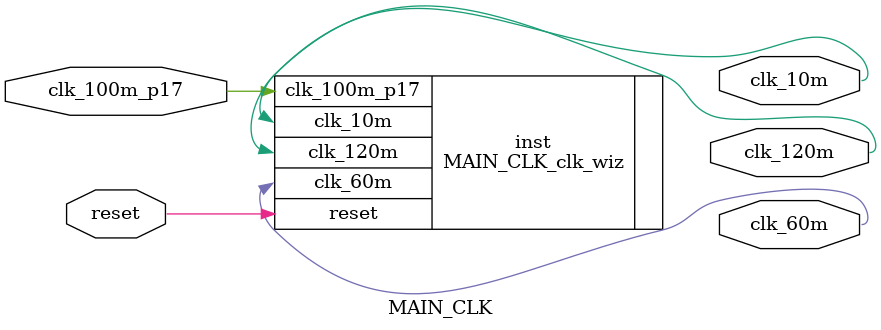
<source format=v>


`timescale 1ps/1ps

(* CORE_GENERATION_INFO = "MAIN_CLK,clk_wiz_v5_3_3_0,{component_name=MAIN_CLK,use_phase_alignment=true,use_min_o_jitter=false,use_max_i_jitter=false,use_dyn_phase_shift=false,use_inclk_switchover=false,use_dyn_reconfig=false,enable_axi=0,feedback_source=FDBK_AUTO,PRIMITIVE=MMCM,num_out_clk=3,clkin1_period=10.0,clkin2_period=10.0,use_power_down=false,use_reset=true,use_locked=false,use_inclk_stopped=false,feedback_type=SINGLE,CLOCK_MGR_TYPE=NA,manual_override=false}" *)

module MAIN_CLK 
 (
  // Clock out ports
  output        clk_10m,
  output        clk_60m,
  output        clk_120m,
  // Status and control signals
  input         reset,
 // Clock in ports
  input         clk_100m_p17
 );

  MAIN_CLK_clk_wiz inst
  (
  // Clock out ports  
  .clk_10m(clk_10m),
  .clk_60m(clk_60m),
  .clk_120m(clk_120m),
  // Status and control signals               
  .reset(reset), 
 // Clock in ports
  .clk_100m_p17(clk_100m_p17)
  );

endmodule

</source>
